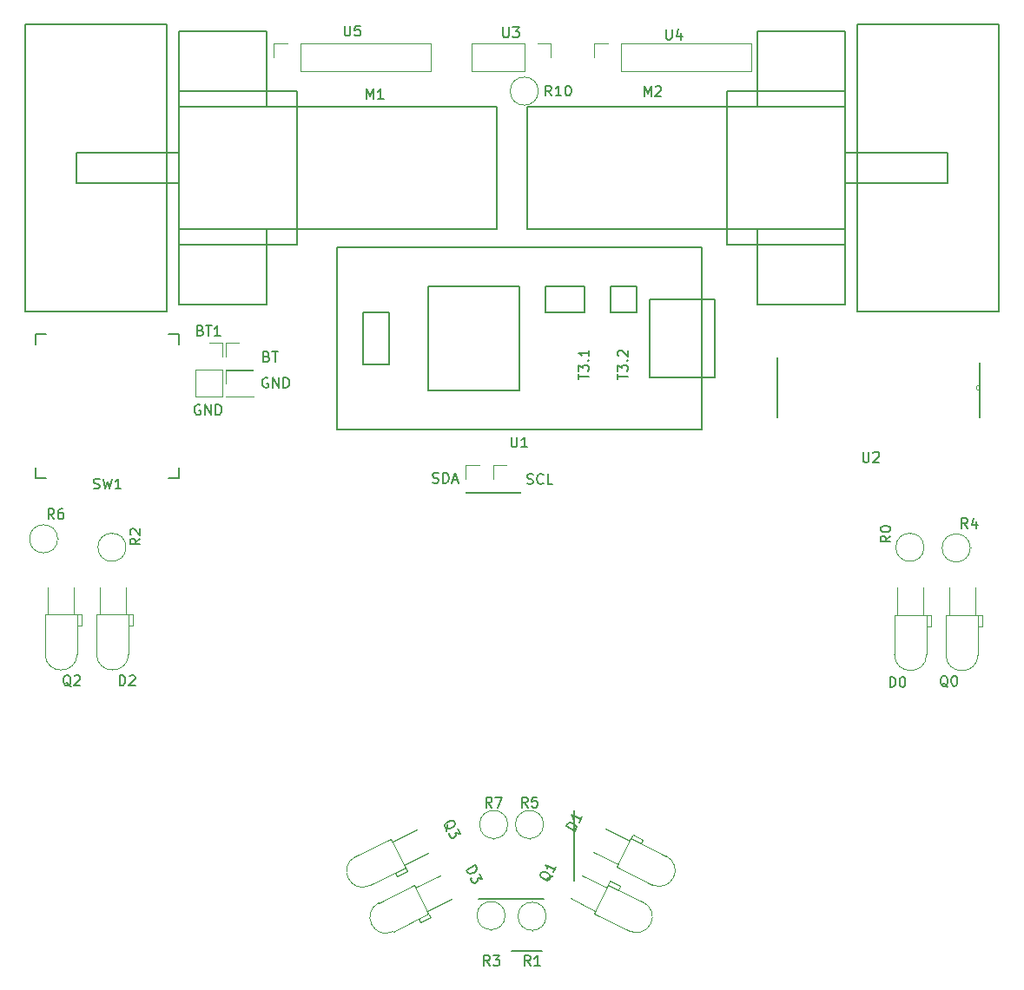
<source format=gbr>
G04 #@! TF.GenerationSoftware,KiCad,Pcbnew,(5.0.0-3-g5ebb6b6)*
G04 #@! TF.CreationDate,2019-09-06T01:44:35-07:00*
G04 #@! TF.ProjectId,mouse,6D6F7573652E6B696361645F70636200,rev?*
G04 #@! TF.SameCoordinates,Original*
G04 #@! TF.FileFunction,Legend,Top*
G04 #@! TF.FilePolarity,Positive*
%FSLAX46Y46*%
G04 Gerber Fmt 4.6, Leading zero omitted, Abs format (unit mm)*
G04 Created by KiCad (PCBNEW (5.0.0-3-g5ebb6b6)) date Friday, September 06, 2019 at 01:44:35 AM*
%MOMM*%
%LPD*%
G01*
G04 APERTURE LIST*
%ADD10C,0.150000*%
%ADD11C,0.200000*%
%ADD12C,0.120000*%
%ADD13C,0.152400*%
%ADD14C,0.100000*%
G04 APERTURE END LIST*
D10*
X128168495Y-92870400D02*
X128073257Y-92822780D01*
X127930400Y-92822780D01*
X127787542Y-92870400D01*
X127692304Y-92965638D01*
X127644685Y-93060876D01*
X127597066Y-93251352D01*
X127597066Y-93394209D01*
X127644685Y-93584685D01*
X127692304Y-93679923D01*
X127787542Y-93775161D01*
X127930400Y-93822780D01*
X128025638Y-93822780D01*
X128168495Y-93775161D01*
X128216114Y-93727542D01*
X128216114Y-93394209D01*
X128025638Y-93394209D01*
X128644685Y-93822780D02*
X128644685Y-92822780D01*
X129216114Y-93822780D01*
X129216114Y-92822780D01*
X129692304Y-93822780D02*
X129692304Y-92822780D01*
X129930400Y-92822780D01*
X130073257Y-92870400D01*
X130168495Y-92965638D01*
X130216114Y-93060876D01*
X130263733Y-93251352D01*
X130263733Y-93394209D01*
X130216114Y-93584685D01*
X130168495Y-93679923D01*
X130073257Y-93775161D01*
X129930400Y-93822780D01*
X129692304Y-93822780D01*
D11*
X158496000Y-141097000D02*
X155321000Y-141097000D01*
X161671000Y-141097000D02*
X158496000Y-141097000D01*
X164592000Y-139255500D02*
X164592000Y-132397500D01*
X161480500Y-146177000D02*
X158496000Y-146177000D01*
D12*
G04 #@! TO.C,BT1*
X127702000Y-89408000D02*
X130362000Y-89408000D01*
X127702000Y-89408000D02*
X127702000Y-92008000D01*
X127702000Y-92008000D02*
X130362000Y-92008000D01*
X130362000Y-89408000D02*
X130362000Y-92008000D01*
X130362000Y-86808000D02*
X130362000Y-88138000D01*
X129032000Y-86808000D02*
X130362000Y-86808000D01*
G04 #@! TO.C,D0*
X198691500Y-110681000D02*
X198691500Y-110681000D01*
X198691500Y-113351000D02*
X198691500Y-110681000D01*
X198691500Y-113351000D02*
X198691500Y-113351000D01*
X198691500Y-110681000D02*
X198691500Y-113351000D01*
X196151500Y-110681000D02*
X196151500Y-110681000D01*
X196151500Y-113351000D02*
X196151500Y-110681000D01*
X196151500Y-113351000D02*
X196151500Y-113351000D01*
X196151500Y-110681000D02*
X196151500Y-113351000D01*
X198981500Y-113351000D02*
X199381500Y-113351000D01*
X198981500Y-114471000D02*
X198981500Y-113351000D01*
X199381500Y-114471000D02*
X198981500Y-114471000D01*
X199381500Y-113351000D02*
X199381500Y-114471000D01*
X195861500Y-113351000D02*
X198981500Y-113351000D01*
X198981500Y-113351000D02*
X198981500Y-117211000D01*
X195861500Y-113351000D02*
X195861500Y-117211000D01*
X198981500Y-117211000D02*
G75*
G02X195861500Y-117211000I-1560000J0D01*
G01*
G04 #@! TO.C,D1*
X171395191Y-141388402D02*
G75*
G02X170003053Y-144180596I-696069J-1396097D01*
G01*
X166548606Y-142458273D02*
X170003053Y-144180596D01*
X167940744Y-139666078D02*
X171395190Y-141388401D01*
X166548606Y-142458273D02*
X167940744Y-139666078D01*
X168119223Y-139308104D02*
X169121549Y-139807845D01*
X169121549Y-139807845D02*
X168943070Y-140165819D01*
X168943070Y-140165819D02*
X167940744Y-139666078D01*
X167940744Y-139666078D02*
X168119223Y-139308104D01*
X164288529Y-141007394D02*
X166678004Y-142198742D01*
X166678004Y-142198742D02*
X166678004Y-142198742D01*
X166678004Y-142198742D02*
X164288529Y-141007394D01*
X164288529Y-141007394D02*
X164288529Y-141007394D01*
X165421872Y-138734260D02*
X167811347Y-139925609D01*
X167811347Y-139925609D02*
X167811347Y-139925609D01*
X167811347Y-139925609D02*
X165421872Y-138734260D01*
X165421872Y-138734260D02*
X165421872Y-138734260D01*
G04 #@! TO.C,D2*
X120904000Y-110617500D02*
X120904000Y-110617500D01*
X120904000Y-113287500D02*
X120904000Y-110617500D01*
X120904000Y-113287500D02*
X120904000Y-113287500D01*
X120904000Y-110617500D02*
X120904000Y-113287500D01*
X118364000Y-110617500D02*
X118364000Y-110617500D01*
X118364000Y-113287500D02*
X118364000Y-110617500D01*
X118364000Y-113287500D02*
X118364000Y-113287500D01*
X118364000Y-110617500D02*
X118364000Y-113287500D01*
X121194000Y-113287500D02*
X121594000Y-113287500D01*
X121194000Y-114407500D02*
X121194000Y-113287500D01*
X121594000Y-114407500D02*
X121194000Y-114407500D01*
X121594000Y-113287500D02*
X121594000Y-114407500D01*
X118074000Y-113287500D02*
X121194000Y-113287500D01*
X121194000Y-113287500D02*
X121194000Y-117147500D01*
X118074000Y-113287500D02*
X118074000Y-117147500D01*
X121194000Y-117147500D02*
G75*
G02X118074000Y-117147500I-1560000J0D01*
G01*
G04 #@! TO.C,D3*
X146979290Y-144231230D02*
G75*
G02X145587152Y-141439034I-696069J1396098D01*
G01*
X149041599Y-139716711D02*
X145587152Y-141439034D01*
X150433736Y-142508906D02*
X146979289Y-144231230D01*
X149041599Y-139716711D02*
X150433736Y-142508906D01*
X150612215Y-142866880D02*
X149609889Y-143366621D01*
X149609889Y-143366621D02*
X149431409Y-143008648D01*
X149431409Y-143008648D02*
X150433736Y-142508906D01*
X150433736Y-142508906D02*
X150612215Y-142866880D01*
X151560471Y-138784894D02*
X149170996Y-139976242D01*
X149170996Y-139976242D02*
X149170996Y-139976242D01*
X149170996Y-139976242D02*
X151560471Y-138784894D01*
X151560471Y-138784894D02*
X151560471Y-138784894D01*
X152693813Y-141058027D02*
X150304339Y-142249375D01*
X150304339Y-142249375D02*
X150304339Y-142249375D01*
X150304339Y-142249375D02*
X152693813Y-141058027D01*
X152693813Y-141058027D02*
X152693813Y-141058027D01*
G04 #@! TO.C,Q0*
X203994677Y-117226645D02*
G75*
G02X200874677Y-117226645I-1560000J0D01*
G01*
X200874677Y-113366645D02*
X200874677Y-117226645D01*
X203994677Y-113366645D02*
X203994677Y-117226645D01*
X200874677Y-113366645D02*
X203994677Y-113366645D01*
X204394677Y-113366645D02*
X204394677Y-114486645D01*
X204394677Y-114486645D02*
X203994677Y-114486645D01*
X203994677Y-114486645D02*
X203994677Y-113366645D01*
X203994677Y-113366645D02*
X204394677Y-113366645D01*
X201164677Y-110696645D02*
X201164677Y-113366645D01*
X201164677Y-113366645D02*
X201164677Y-113366645D01*
X201164677Y-113366645D02*
X201164677Y-110696645D01*
X201164677Y-110696645D02*
X201164677Y-110696645D01*
X203704677Y-110696645D02*
X203704677Y-113366645D01*
X203704677Y-113366645D02*
X203704677Y-113366645D01*
X203704677Y-113366645D02*
X203704677Y-110696645D01*
X203704677Y-110696645D02*
X203704677Y-110696645D01*
G04 #@! TO.C,Q1*
X167644372Y-134225759D02*
X167644372Y-134225759D01*
X170033847Y-135417109D02*
X167644372Y-134225759D01*
X170033847Y-135417109D02*
X170033847Y-135417109D01*
X167644372Y-134225759D02*
X170033847Y-135417109D01*
X166511029Y-136498894D02*
X166511029Y-136498894D01*
X168900504Y-137690242D02*
X166511029Y-136498894D01*
X168900504Y-137690242D02*
X168900504Y-137690242D01*
X166511029Y-136498894D02*
X168900504Y-137690242D01*
X170163244Y-135157578D02*
X170341723Y-134799604D01*
X171165570Y-135657319D02*
X170163244Y-135157578D01*
X171344049Y-135299345D02*
X171165570Y-135657319D01*
X170341723Y-134799604D02*
X171344049Y-135299345D01*
X168771106Y-137949773D02*
X170163244Y-135157578D01*
X170163244Y-135157578D02*
X173617690Y-136879901D01*
X168771106Y-137949773D02*
X172225553Y-139672096D01*
X173617691Y-136879902D02*
G75*
G02X172225553Y-139672096I-696069J-1396097D01*
G01*
G04 #@! TO.C,Q2*
X116176989Y-117158045D02*
G75*
G02X113056989Y-117158045I-1560000J0D01*
G01*
X113056989Y-113298045D02*
X113056989Y-117158045D01*
X116176989Y-113298045D02*
X116176989Y-117158045D01*
X113056989Y-113298045D02*
X116176989Y-113298045D01*
X116576989Y-113298045D02*
X116576989Y-114418045D01*
X116576989Y-114418045D02*
X116176989Y-114418045D01*
X116176989Y-114418045D02*
X116176989Y-113298045D01*
X116176989Y-113298045D02*
X116576989Y-113298045D01*
X113346989Y-110628045D02*
X113346989Y-113298045D01*
X113346989Y-113298045D02*
X113346989Y-113298045D01*
X113346989Y-113298045D02*
X113346989Y-110628045D01*
X113346989Y-110628045D02*
X113346989Y-110628045D01*
X115886989Y-110628045D02*
X115886989Y-113298045D01*
X115886989Y-113298045D02*
X115886989Y-113298045D01*
X115886989Y-113298045D02*
X115886989Y-110628045D01*
X115886989Y-110628045D02*
X115886989Y-110628045D01*
G04 #@! TO.C,Q3*
X150417471Y-136562394D02*
X150417471Y-136562394D01*
X148027997Y-137753742D02*
X150417471Y-136562394D01*
X148027997Y-137753742D02*
X148027997Y-137753742D01*
X150417471Y-136562394D02*
X148027997Y-137753742D01*
X149284129Y-134289261D02*
X149284129Y-134289261D01*
X146894654Y-135480609D02*
X149284129Y-134289261D01*
X146894654Y-135480609D02*
X146894654Y-135480609D01*
X149284129Y-134289261D02*
X146894654Y-135480609D01*
X148157393Y-138013273D02*
X148335873Y-138371247D01*
X147155067Y-138513015D02*
X148157393Y-138013273D01*
X147333547Y-138870988D02*
X147155067Y-138513015D01*
X148335873Y-138371247D02*
X147333547Y-138870988D01*
X146765258Y-135221077D02*
X148157393Y-138013273D01*
X148157393Y-138013273D02*
X144702947Y-139735597D01*
X146765258Y-135221077D02*
X143310809Y-136943402D01*
X144702949Y-139735596D02*
G75*
G02X143310809Y-136943402I-696070J1396097D01*
G01*
G04 #@! TO.C,R0*
X198728000Y-106743500D02*
G75*
G03X198728000Y-106743500I-1370000J0D01*
G01*
X197358000Y-105373500D02*
X197358000Y-105303500D01*
G04 #@! TO.C,R1*
X160528000Y-144118000D02*
X160528000Y-144188000D01*
X161898000Y-142748000D02*
G75*
G03X161898000Y-142748000I-1370000J0D01*
G01*
G04 #@! TO.C,R2*
X119570500Y-105373500D02*
X119570500Y-105303500D01*
X120940500Y-106743500D02*
G75*
G03X120940500Y-106743500I-1370000J0D01*
G01*
G04 #@! TO.C,R3*
X157897500Y-142684500D02*
G75*
G03X157897500Y-142684500I-1370000J0D01*
G01*
X156527500Y-144054500D02*
X156527500Y-144124500D01*
G04 #@! TO.C,R4*
X203236500Y-106807000D02*
G75*
G03X203236500Y-106807000I-1370000J0D01*
G01*
X203236500Y-106807000D02*
X203306500Y-106807000D01*
G04 #@! TO.C,R5*
X160274000Y-135164500D02*
X160274000Y-135234500D01*
X161644000Y-133794500D02*
G75*
G03X161644000Y-133794500I-1370000J0D01*
G01*
G04 #@! TO.C,R6*
X114273000Y-105918000D02*
G75*
G03X114273000Y-105918000I-1370000J0D01*
G01*
X114273000Y-105918000D02*
X114343000Y-105918000D01*
G04 #@! TO.C,R7*
X156781500Y-135164500D02*
X156781500Y-135234500D01*
X158151500Y-133794500D02*
G75*
G03X158151500Y-133794500I-1370000J0D01*
G01*
D10*
G04 #@! TO.C,U1*
X177038000Y-82550000D02*
X178308000Y-82550000D01*
X178308000Y-82550000D02*
X178308000Y-90170000D01*
X178308000Y-90170000D02*
X177038000Y-90170000D01*
X165608000Y-81280000D02*
X161798000Y-81280000D01*
X161798000Y-81280000D02*
X161798000Y-83820000D01*
X161798000Y-83820000D02*
X165608000Y-83820000D01*
X165608000Y-83820000D02*
X165608000Y-81280000D01*
X171958000Y-82550000D02*
X171958000Y-90170000D01*
X171958000Y-90170000D02*
X177038000Y-90170000D01*
X171958000Y-82550000D02*
X177038000Y-82550000D01*
X170688000Y-81280000D02*
X168148000Y-81280000D01*
X168148000Y-81280000D02*
X168148000Y-83820000D01*
X168148000Y-83820000D02*
X170688000Y-83820000D01*
X170688000Y-83820000D02*
X170688000Y-81280000D01*
X144018000Y-88900000D02*
X144018000Y-83820000D01*
X144018000Y-83820000D02*
X146558000Y-83820000D01*
X146558000Y-83820000D02*
X146558000Y-88900000D01*
X146558000Y-88900000D02*
X144018000Y-88900000D01*
X150368000Y-81280000D02*
X150368000Y-91440000D01*
X159258000Y-91440000D02*
X159258000Y-81280000D01*
X150368000Y-91440000D02*
X159258000Y-91440000D01*
X150368000Y-81280000D02*
X159258000Y-81280000D01*
X177038000Y-95250000D02*
X141478000Y-95250000D01*
X141478000Y-95250000D02*
X141478000Y-77470000D01*
X141478000Y-77470000D02*
X177038000Y-77470000D01*
X177038000Y-77470000D02*
X177038000Y-95250000D01*
D13*
G04 #@! TO.C,U2*
X184454800Y-88265000D02*
X184454800Y-94107000D01*
X204165200Y-94107000D02*
X204165200Y-91490800D01*
X204165200Y-91490800D02*
X204165200Y-90881200D01*
X204165200Y-90881200D02*
X204165200Y-88696800D01*
D14*
X204165200Y-91490800D02*
G75*
G02X204165200Y-90881200I0J304800D01*
G01*
D12*
G04 #@! TO.C,U3*
X154626000Y-57598000D02*
X154626000Y-60258000D01*
X159766000Y-57598000D02*
X154626000Y-57598000D01*
X159766000Y-60258000D02*
X154626000Y-60258000D01*
X159766000Y-57598000D02*
X159766000Y-60258000D01*
X161036000Y-57598000D02*
X162366000Y-57598000D01*
X162366000Y-57598000D02*
X162366000Y-58928000D01*
D10*
G04 #@! TO.C,M1*
X157111700Y-69723000D02*
X157111700Y-75723000D01*
X157111700Y-69723000D02*
X157111700Y-63723000D01*
X157111700Y-63723000D02*
X126111700Y-63723000D01*
X157111700Y-75723000D02*
X126111700Y-75723000D01*
X126111700Y-63723000D02*
X126111700Y-68223000D01*
X126111700Y-75723000D02*
X126111700Y-71223000D01*
X126111700Y-68223000D02*
X116111700Y-68223000D01*
X126111700Y-71223000D02*
X116111700Y-71223000D01*
X116111700Y-68223000D02*
X116111700Y-71223000D01*
X124911700Y-69723000D02*
X124911700Y-55723000D01*
X124911700Y-69723000D02*
X124911700Y-83723000D01*
X124911700Y-55723000D02*
X111111700Y-55723000D01*
X124911700Y-83723000D02*
X111111700Y-83723000D01*
X111111700Y-55723000D02*
X111111700Y-83723000D01*
X134611700Y-75723000D02*
X134611700Y-83023000D01*
X134611700Y-63723000D02*
X134611700Y-56423000D01*
X126111700Y-69723000D02*
X126111700Y-83023000D01*
X126111700Y-69723000D02*
X126111700Y-56423000D01*
X126111700Y-56423000D02*
X134611700Y-56423000D01*
X126111700Y-83023000D02*
X134611700Y-83023000D01*
X137611700Y-69723000D02*
X137611700Y-77223000D01*
X137611700Y-69723000D02*
X137611700Y-62223000D01*
X126111700Y-62223000D02*
X137611700Y-62223000D01*
X126111700Y-77223000D02*
X137611700Y-77223000D01*
G04 #@! TO.C,M2*
X191020000Y-62223000D02*
X179520000Y-62223000D01*
X191020000Y-77223000D02*
X179520000Y-77223000D01*
X179520000Y-69723000D02*
X179520000Y-77223000D01*
X179520000Y-69723000D02*
X179520000Y-62223000D01*
X191020000Y-56423000D02*
X182520000Y-56423000D01*
X191020000Y-83023000D02*
X182520000Y-83023000D01*
X191020000Y-69723000D02*
X191020000Y-83023000D01*
X191020000Y-69723000D02*
X191020000Y-56423000D01*
X182520000Y-75723000D02*
X182520000Y-83023000D01*
X182520000Y-63723000D02*
X182520000Y-56423000D01*
X206020000Y-83723000D02*
X206020000Y-55723000D01*
X192220000Y-55723000D02*
X206020000Y-55723000D01*
X192220000Y-83723000D02*
X206020000Y-83723000D01*
X192220000Y-69723000D02*
X192220000Y-55723000D01*
X192220000Y-69723000D02*
X192220000Y-83723000D01*
X201020000Y-71223000D02*
X201020000Y-68223000D01*
X191020000Y-68223000D02*
X201020000Y-68223000D01*
X191020000Y-71223000D02*
X201020000Y-71223000D01*
X191020000Y-63723000D02*
X191020000Y-68223000D01*
X191020000Y-75723000D02*
X191020000Y-71223000D01*
X160020000Y-63723000D02*
X191020000Y-63723000D01*
X160020000Y-75723000D02*
X191020000Y-75723000D01*
X160020000Y-69723000D02*
X160020000Y-75723000D01*
X160020000Y-69723000D02*
X160020000Y-63723000D01*
D12*
G04 #@! TO.C,GND*
X130699200Y-92058800D02*
X133359200Y-92058800D01*
X130699200Y-91998800D02*
X130699200Y-92058800D01*
X133359200Y-91998800D02*
X133359200Y-92058800D01*
X130699200Y-91998800D02*
X133359200Y-91998800D01*
X130699200Y-90728800D02*
X130699200Y-89398800D01*
X130699200Y-89398800D02*
X132029200Y-89398800D01*
G04 #@! TO.C,SCL*
X156708800Y-101406000D02*
X159368800Y-101406000D01*
X156708800Y-101346000D02*
X156708800Y-101406000D01*
X159368800Y-101346000D02*
X159368800Y-101406000D01*
X156708800Y-101346000D02*
X159368800Y-101346000D01*
X156708800Y-100076000D02*
X156708800Y-98746000D01*
X156708800Y-98746000D02*
X158038800Y-98746000D01*
G04 #@! TO.C,SDA*
X154067200Y-98746000D02*
X155397200Y-98746000D01*
X154067200Y-100076000D02*
X154067200Y-98746000D01*
X154067200Y-101346000D02*
X156727200Y-101346000D01*
X156727200Y-101346000D02*
X156727200Y-101406000D01*
X154067200Y-101346000D02*
X154067200Y-101406000D01*
X154067200Y-101406000D02*
X156727200Y-101406000D01*
G04 #@! TO.C,BT*
X130648400Y-86808000D02*
X131978400Y-86808000D01*
X130648400Y-88138000D02*
X130648400Y-86808000D01*
X130648400Y-89408000D02*
X133308400Y-89408000D01*
X133308400Y-89408000D02*
X133308400Y-89468000D01*
X130648400Y-89408000D02*
X130648400Y-89468000D01*
X130648400Y-89468000D02*
X133308400Y-89468000D01*
G04 #@! TO.C,R10*
X158396000Y-62230000D02*
X158326000Y-62230000D01*
X161136000Y-62230000D02*
G75*
G03X161136000Y-62230000I-1370000J0D01*
G01*
D10*
G04 #@! TO.C,SW1*
X126126000Y-86964000D02*
X126126000Y-85964000D01*
X126126000Y-85964000D02*
X125126000Y-85964000D01*
X125126000Y-99964000D02*
X126126000Y-99964000D01*
X126126000Y-99964000D02*
X126126000Y-98964000D01*
X112126000Y-98964000D02*
X112126000Y-99964000D01*
X112126000Y-99964000D02*
X113126000Y-99964000D01*
X113126000Y-85964000D02*
X112126000Y-85964000D01*
X112126000Y-85964000D02*
X112126000Y-86964000D01*
D12*
G04 #@! TO.C,U4*
X166564000Y-58928000D02*
X166564000Y-57598000D01*
X166564000Y-57598000D02*
X167894000Y-57598000D01*
X169164000Y-57598000D02*
X181924000Y-57598000D01*
X181924000Y-60258000D02*
X181924000Y-57598000D01*
X169164000Y-60258000D02*
X181924000Y-60258000D01*
X169164000Y-60258000D02*
X169164000Y-57598000D01*
G04 #@! TO.C,U5*
X137922000Y-60258000D02*
X137922000Y-57598000D01*
X137922000Y-60258000D02*
X150682000Y-60258000D01*
X150682000Y-60258000D02*
X150682000Y-57598000D01*
X137922000Y-57598000D02*
X150682000Y-57598000D01*
X135322000Y-57598000D02*
X136652000Y-57598000D01*
X135322000Y-58928000D02*
X135322000Y-57598000D01*
G04 #@! TO.C,BT1*
D10*
X128195485Y-85577371D02*
X128338342Y-85624990D01*
X128385961Y-85672609D01*
X128433580Y-85767847D01*
X128433580Y-85910704D01*
X128385961Y-86005942D01*
X128338342Y-86053561D01*
X128243104Y-86101180D01*
X127862152Y-86101180D01*
X127862152Y-85101180D01*
X128195485Y-85101180D01*
X128290723Y-85148800D01*
X128338342Y-85196419D01*
X128385961Y-85291657D01*
X128385961Y-85386895D01*
X128338342Y-85482133D01*
X128290723Y-85529752D01*
X128195485Y-85577371D01*
X127862152Y-85577371D01*
X128719295Y-85101180D02*
X129290723Y-85101180D01*
X129005009Y-86101180D02*
X129005009Y-85101180D01*
X130147866Y-86101180D02*
X129576438Y-86101180D01*
X129862152Y-86101180D02*
X129862152Y-85101180D01*
X129766914Y-85244038D01*
X129671676Y-85339276D01*
X129576438Y-85386895D01*
G04 #@! TO.C,D0*
X195400704Y-120391180D02*
X195400704Y-119391180D01*
X195638800Y-119391180D01*
X195781657Y-119438800D01*
X195876895Y-119534038D01*
X195924514Y-119629276D01*
X195972133Y-119819752D01*
X195972133Y-119962609D01*
X195924514Y-120153085D01*
X195876895Y-120248323D01*
X195781657Y-120343561D01*
X195638800Y-120391180D01*
X195400704Y-120391180D01*
X196591180Y-119391180D02*
X196686419Y-119391180D01*
X196781657Y-119438800D01*
X196829276Y-119486419D01*
X196876895Y-119581657D01*
X196924514Y-119772133D01*
X196924514Y-120010228D01*
X196876895Y-120200704D01*
X196829276Y-120295942D01*
X196781657Y-120343561D01*
X196686419Y-120391180D01*
X196591180Y-120391180D01*
X196495942Y-120343561D01*
X196448323Y-120295942D01*
X196400704Y-120200704D01*
X196353085Y-120010228D01*
X196353085Y-119772133D01*
X196400704Y-119581657D01*
X196448323Y-119486419D01*
X196495942Y-119438800D01*
X196591180Y-119391180D01*
G04 #@! TO.C,D1*
X164718314Y-134415598D02*
X163823380Y-133969400D01*
X163929617Y-133756320D01*
X164035976Y-133649720D01*
X164163703Y-133606983D01*
X164270182Y-133606862D01*
X164461893Y-133649236D01*
X164589741Y-133712979D01*
X164738957Y-133840585D01*
X164802942Y-133925696D01*
X164845678Y-134053423D01*
X164824552Y-134202518D01*
X164718314Y-134415598D01*
X165398235Y-133051888D02*
X165143265Y-133563279D01*
X165270750Y-133307584D02*
X164375815Y-132861386D01*
X164461168Y-133010360D01*
X164503905Y-133138087D01*
X164504026Y-133244567D01*
G04 #@! TO.C,D2*
X120318304Y-120238780D02*
X120318304Y-119238780D01*
X120556400Y-119238780D01*
X120699257Y-119286400D01*
X120794495Y-119381638D01*
X120842114Y-119476876D01*
X120889733Y-119667352D01*
X120889733Y-119810209D01*
X120842114Y-120000685D01*
X120794495Y-120095923D01*
X120699257Y-120191161D01*
X120556400Y-120238780D01*
X120318304Y-120238780D01*
X121270685Y-119334019D02*
X121318304Y-119286400D01*
X121413542Y-119238780D01*
X121651638Y-119238780D01*
X121746876Y-119286400D01*
X121794495Y-119334019D01*
X121842114Y-119429257D01*
X121842114Y-119524495D01*
X121794495Y-119667352D01*
X121223066Y-120238780D01*
X121842114Y-120238780D01*
G04 #@! TO.C,D3*
X154104212Y-138225304D02*
X154999146Y-137779106D01*
X155105384Y-137992186D01*
X155126510Y-138141281D01*
X155083774Y-138269008D01*
X155019789Y-138354119D01*
X154870573Y-138481725D01*
X154742725Y-138545468D01*
X154551014Y-138587842D01*
X154444535Y-138587721D01*
X154316808Y-138544984D01*
X154210449Y-138438384D01*
X154104212Y-138225304D01*
X155402849Y-138588809D02*
X155679067Y-139142816D01*
X155189407Y-139014484D01*
X155253149Y-139142332D01*
X155253028Y-139248812D01*
X155231660Y-139312675D01*
X155167676Y-139397786D01*
X154954596Y-139504024D01*
X154848117Y-139503903D01*
X154784253Y-139482534D01*
X154699142Y-139418550D01*
X154571657Y-139162854D01*
X154571778Y-139056375D01*
X154593146Y-138992512D01*
G04 #@! TO.C,Q0*
X201072761Y-120384819D02*
X200977523Y-120337200D01*
X200882285Y-120241961D01*
X200739428Y-120099104D01*
X200644190Y-120051485D01*
X200548952Y-120051485D01*
X200596571Y-120289580D02*
X200501333Y-120241961D01*
X200406095Y-120146723D01*
X200358476Y-119956247D01*
X200358476Y-119622914D01*
X200406095Y-119432438D01*
X200501333Y-119337200D01*
X200596571Y-119289580D01*
X200787047Y-119289580D01*
X200882285Y-119337200D01*
X200977523Y-119432438D01*
X201025142Y-119622914D01*
X201025142Y-119956247D01*
X200977523Y-120146723D01*
X200882285Y-120241961D01*
X200787047Y-120289580D01*
X200596571Y-120289580D01*
X201644190Y-119289580D02*
X201739428Y-119289580D01*
X201834666Y-119337200D01*
X201882285Y-119384819D01*
X201929904Y-119480057D01*
X201977523Y-119670533D01*
X201977523Y-119908628D01*
X201929904Y-120099104D01*
X201882285Y-120194342D01*
X201834666Y-120241961D01*
X201739428Y-120289580D01*
X201644190Y-120289580D01*
X201548952Y-120241961D01*
X201501333Y-120194342D01*
X201453714Y-120099104D01*
X201406095Y-119908628D01*
X201406095Y-119670533D01*
X201453714Y-119480057D01*
X201501333Y-119384819D01*
X201548952Y-119337200D01*
X201644190Y-119289580D01*
G04 #@! TO.C,Q1*
X162550388Y-138759578D02*
X162465277Y-138823562D01*
X162337550Y-138866299D01*
X162145959Y-138930404D01*
X162060848Y-138994388D01*
X162018353Y-139079620D01*
X162252681Y-139143242D02*
X162167570Y-139207226D01*
X162039843Y-139249963D01*
X161848132Y-139207589D01*
X161549820Y-139058856D01*
X161400604Y-138931250D01*
X161357867Y-138803524D01*
X161357746Y-138697044D01*
X161442736Y-138526580D01*
X161527847Y-138462596D01*
X161655574Y-138419859D01*
X161847285Y-138462233D01*
X162145597Y-138610966D01*
X162294813Y-138738572D01*
X162337550Y-138866299D01*
X162337671Y-138972778D01*
X162252681Y-139143242D01*
X162868859Y-137907380D02*
X162613888Y-138418771D01*
X162741373Y-138163076D02*
X161846439Y-137716878D01*
X161931792Y-137865852D01*
X161974529Y-137993579D01*
X161974650Y-138100059D01*
G04 #@! TO.C,Q2*
X115576361Y-120334019D02*
X115481123Y-120286400D01*
X115385885Y-120191161D01*
X115243028Y-120048304D01*
X115147790Y-120000685D01*
X115052552Y-120000685D01*
X115100171Y-120238780D02*
X115004933Y-120191161D01*
X114909695Y-120095923D01*
X114862076Y-119905447D01*
X114862076Y-119572114D01*
X114909695Y-119381638D01*
X115004933Y-119286400D01*
X115100171Y-119238780D01*
X115290647Y-119238780D01*
X115385885Y-119286400D01*
X115481123Y-119381638D01*
X115528742Y-119572114D01*
X115528742Y-119905447D01*
X115481123Y-120095923D01*
X115385885Y-120191161D01*
X115290647Y-120238780D01*
X115100171Y-120238780D01*
X115909695Y-119334019D02*
X115957314Y-119286400D01*
X116052552Y-119238780D01*
X116290647Y-119238780D01*
X116385885Y-119286400D01*
X116433504Y-119334019D01*
X116481123Y-119429257D01*
X116481123Y-119524495D01*
X116433504Y-119667352D01*
X115862076Y-120238780D01*
X116481123Y-120238780D01*
G04 #@! TO.C,Q3*
X152172221Y-134423514D02*
X152172342Y-134317035D01*
X152215079Y-134189308D01*
X152279184Y-133997718D01*
X152279305Y-133891238D01*
X152236810Y-133806006D01*
X152044978Y-133954860D02*
X152045099Y-133848380D01*
X152087836Y-133720654D01*
X152237052Y-133593048D01*
X152535363Y-133444315D01*
X152727075Y-133401941D01*
X152854801Y-133444678D01*
X152939912Y-133508662D01*
X153024902Y-133679126D01*
X153024782Y-133785605D01*
X152982045Y-133913332D01*
X152832829Y-134040938D01*
X152534517Y-134189671D01*
X152342806Y-134232045D01*
X152215079Y-134189308D01*
X152129968Y-134125324D01*
X152044978Y-133954860D01*
X153279873Y-134190517D02*
X153556090Y-134744524D01*
X153066430Y-134616192D01*
X153130173Y-134744040D01*
X153130052Y-134850520D01*
X153108684Y-134914383D01*
X153044699Y-134999494D01*
X152831620Y-135105732D01*
X152725140Y-135105611D01*
X152661277Y-135084242D01*
X152576166Y-135020258D01*
X152448681Y-134764562D01*
X152448802Y-134658083D01*
X152470170Y-134594220D01*
G04 #@! TO.C,R0*
X195473580Y-105627466D02*
X194997390Y-105960800D01*
X195473580Y-106198895D02*
X194473580Y-106198895D01*
X194473580Y-105817942D01*
X194521200Y-105722704D01*
X194568819Y-105675085D01*
X194664057Y-105627466D01*
X194806914Y-105627466D01*
X194902152Y-105675085D01*
X194949771Y-105722704D01*
X194997390Y-105817942D01*
X194997390Y-106198895D01*
X194473580Y-105008419D02*
X194473580Y-104913180D01*
X194521200Y-104817942D01*
X194568819Y-104770323D01*
X194664057Y-104722704D01*
X194854533Y-104675085D01*
X195092628Y-104675085D01*
X195283104Y-104722704D01*
X195378342Y-104770323D01*
X195425961Y-104817942D01*
X195473580Y-104913180D01*
X195473580Y-105008419D01*
X195425961Y-105103657D01*
X195378342Y-105151276D01*
X195283104Y-105198895D01*
X195092628Y-105246514D01*
X194854533Y-105246514D01*
X194664057Y-105198895D01*
X194568819Y-105151276D01*
X194521200Y-105103657D01*
X194473580Y-105008419D01*
G04 #@! TO.C,R1*
X160361333Y-147569180D02*
X160028000Y-147092990D01*
X159789904Y-147569180D02*
X159789904Y-146569180D01*
X160170857Y-146569180D01*
X160266095Y-146616800D01*
X160313714Y-146664419D01*
X160361333Y-146759657D01*
X160361333Y-146902514D01*
X160313714Y-146997752D01*
X160266095Y-147045371D01*
X160170857Y-147092990D01*
X159789904Y-147092990D01*
X161313714Y-147569180D02*
X160742285Y-147569180D01*
X161028000Y-147569180D02*
X161028000Y-146569180D01*
X160932761Y-146712038D01*
X160837523Y-146807276D01*
X160742285Y-146854895D01*
G04 #@! TO.C,R2*
X122321580Y-105881466D02*
X121845390Y-106214800D01*
X122321580Y-106452895D02*
X121321580Y-106452895D01*
X121321580Y-106071942D01*
X121369200Y-105976704D01*
X121416819Y-105929085D01*
X121512057Y-105881466D01*
X121654914Y-105881466D01*
X121750152Y-105929085D01*
X121797771Y-105976704D01*
X121845390Y-106071942D01*
X121845390Y-106452895D01*
X121416819Y-105500514D02*
X121369200Y-105452895D01*
X121321580Y-105357657D01*
X121321580Y-105119561D01*
X121369200Y-105024323D01*
X121416819Y-104976704D01*
X121512057Y-104929085D01*
X121607295Y-104929085D01*
X121750152Y-104976704D01*
X122321580Y-105548133D01*
X122321580Y-104929085D01*
G04 #@! TO.C,R3*
X156398933Y-147569180D02*
X156065600Y-147092990D01*
X155827504Y-147569180D02*
X155827504Y-146569180D01*
X156208457Y-146569180D01*
X156303695Y-146616800D01*
X156351314Y-146664419D01*
X156398933Y-146759657D01*
X156398933Y-146902514D01*
X156351314Y-146997752D01*
X156303695Y-147045371D01*
X156208457Y-147092990D01*
X155827504Y-147092990D01*
X156732266Y-146569180D02*
X157351314Y-146569180D01*
X157017980Y-146950133D01*
X157160838Y-146950133D01*
X157256076Y-146997752D01*
X157303695Y-147045371D01*
X157351314Y-147140609D01*
X157351314Y-147378704D01*
X157303695Y-147473942D01*
X157256076Y-147521561D01*
X157160838Y-147569180D01*
X156875123Y-147569180D01*
X156779885Y-147521561D01*
X156732266Y-147473942D01*
G04 #@! TO.C,R4*
X202982533Y-104897180D02*
X202649200Y-104420990D01*
X202411104Y-104897180D02*
X202411104Y-103897180D01*
X202792057Y-103897180D01*
X202887295Y-103944800D01*
X202934914Y-103992419D01*
X202982533Y-104087657D01*
X202982533Y-104230514D01*
X202934914Y-104325752D01*
X202887295Y-104373371D01*
X202792057Y-104420990D01*
X202411104Y-104420990D01*
X203839676Y-104230514D02*
X203839676Y-104897180D01*
X203601580Y-103849561D02*
X203363485Y-104563847D01*
X203982533Y-104563847D01*
G04 #@! TO.C,R5*
X160107333Y-132125980D02*
X159774000Y-131649790D01*
X159535904Y-132125980D02*
X159535904Y-131125980D01*
X159916857Y-131125980D01*
X160012095Y-131173600D01*
X160059714Y-131221219D01*
X160107333Y-131316457D01*
X160107333Y-131459314D01*
X160059714Y-131554552D01*
X160012095Y-131602171D01*
X159916857Y-131649790D01*
X159535904Y-131649790D01*
X161012095Y-131125980D02*
X160535904Y-131125980D01*
X160488285Y-131602171D01*
X160535904Y-131554552D01*
X160631142Y-131506933D01*
X160869238Y-131506933D01*
X160964476Y-131554552D01*
X161012095Y-131602171D01*
X161059714Y-131697409D01*
X161059714Y-131935504D01*
X161012095Y-132030742D01*
X160964476Y-132078361D01*
X160869238Y-132125980D01*
X160631142Y-132125980D01*
X160535904Y-132078361D01*
X160488285Y-132030742D01*
G04 #@! TO.C,R6*
X113930133Y-103982780D02*
X113596800Y-103506590D01*
X113358704Y-103982780D02*
X113358704Y-102982780D01*
X113739657Y-102982780D01*
X113834895Y-103030400D01*
X113882514Y-103078019D01*
X113930133Y-103173257D01*
X113930133Y-103316114D01*
X113882514Y-103411352D01*
X113834895Y-103458971D01*
X113739657Y-103506590D01*
X113358704Y-103506590D01*
X114787276Y-102982780D02*
X114596800Y-102982780D01*
X114501561Y-103030400D01*
X114453942Y-103078019D01*
X114358704Y-103220876D01*
X114311085Y-103411352D01*
X114311085Y-103792304D01*
X114358704Y-103887542D01*
X114406323Y-103935161D01*
X114501561Y-103982780D01*
X114692038Y-103982780D01*
X114787276Y-103935161D01*
X114834895Y-103887542D01*
X114882514Y-103792304D01*
X114882514Y-103554209D01*
X114834895Y-103458971D01*
X114787276Y-103411352D01*
X114692038Y-103363733D01*
X114501561Y-103363733D01*
X114406323Y-103411352D01*
X114358704Y-103458971D01*
X114311085Y-103554209D01*
G04 #@! TO.C,R7*
X156602133Y-132125980D02*
X156268800Y-131649790D01*
X156030704Y-132125980D02*
X156030704Y-131125980D01*
X156411657Y-131125980D01*
X156506895Y-131173600D01*
X156554514Y-131221219D01*
X156602133Y-131316457D01*
X156602133Y-131459314D01*
X156554514Y-131554552D01*
X156506895Y-131602171D01*
X156411657Y-131649790D01*
X156030704Y-131649790D01*
X156935466Y-131125980D02*
X157602133Y-131125980D01*
X157173561Y-132125980D01*
G04 #@! TO.C,U1*
X158496095Y-95972380D02*
X158496095Y-96781904D01*
X158543714Y-96877142D01*
X158591333Y-96924761D01*
X158686571Y-96972380D01*
X158877047Y-96972380D01*
X158972285Y-96924761D01*
X159019904Y-96877142D01*
X159067523Y-96781904D01*
X159067523Y-95972380D01*
X160067523Y-96972380D02*
X159496095Y-96972380D01*
X159781809Y-96972380D02*
X159781809Y-95972380D01*
X159686571Y-96115238D01*
X159591333Y-96210476D01*
X159496095Y-96258095D01*
X168870380Y-90376190D02*
X168870380Y-89804761D01*
X169870380Y-90090476D02*
X168870380Y-90090476D01*
X168870380Y-89566666D02*
X168870380Y-88947619D01*
X169251333Y-89280952D01*
X169251333Y-89138095D01*
X169298952Y-89042857D01*
X169346571Y-88995238D01*
X169441809Y-88947619D01*
X169679904Y-88947619D01*
X169775142Y-88995238D01*
X169822761Y-89042857D01*
X169870380Y-89138095D01*
X169870380Y-89423809D01*
X169822761Y-89519047D01*
X169775142Y-89566666D01*
X169775142Y-88519047D02*
X169822761Y-88471428D01*
X169870380Y-88519047D01*
X169822761Y-88566666D01*
X169775142Y-88519047D01*
X169870380Y-88519047D01*
X168965619Y-88090476D02*
X168918000Y-88042857D01*
X168870380Y-87947619D01*
X168870380Y-87709523D01*
X168918000Y-87614285D01*
X168965619Y-87566666D01*
X169060857Y-87519047D01*
X169156095Y-87519047D01*
X169298952Y-87566666D01*
X169870380Y-88138095D01*
X169870380Y-87519047D01*
X165060380Y-90376190D02*
X165060380Y-89804761D01*
X166060380Y-90090476D02*
X165060380Y-90090476D01*
X165060380Y-89566666D02*
X165060380Y-88947619D01*
X165441333Y-89280952D01*
X165441333Y-89138095D01*
X165488952Y-89042857D01*
X165536571Y-88995238D01*
X165631809Y-88947619D01*
X165869904Y-88947619D01*
X165965142Y-88995238D01*
X166012761Y-89042857D01*
X166060380Y-89138095D01*
X166060380Y-89423809D01*
X166012761Y-89519047D01*
X165965142Y-89566666D01*
X165965142Y-88519047D02*
X166012761Y-88471428D01*
X166060380Y-88519047D01*
X166012761Y-88566666D01*
X165965142Y-88519047D01*
X166060380Y-88519047D01*
X166060380Y-87519047D02*
X166060380Y-88090476D01*
X166060380Y-87804761D02*
X165060380Y-87804761D01*
X165203238Y-87900000D01*
X165298476Y-87995238D01*
X165346095Y-88090476D01*
G04 #@! TO.C,U2*
X192786095Y-97445580D02*
X192786095Y-98255104D01*
X192833714Y-98350342D01*
X192881333Y-98397961D01*
X192976571Y-98445580D01*
X193167047Y-98445580D01*
X193262285Y-98397961D01*
X193309904Y-98350342D01*
X193357523Y-98255104D01*
X193357523Y-97445580D01*
X193786095Y-97540819D02*
X193833714Y-97493200D01*
X193928952Y-97445580D01*
X194167047Y-97445580D01*
X194262285Y-97493200D01*
X194309904Y-97540819D01*
X194357523Y-97636057D01*
X194357523Y-97731295D01*
X194309904Y-97874152D01*
X193738476Y-98445580D01*
X194357523Y-98445580D01*
G04 #@! TO.C,U3*
X157683295Y-55992780D02*
X157683295Y-56802304D01*
X157730914Y-56897542D01*
X157778533Y-56945161D01*
X157873771Y-56992780D01*
X158064247Y-56992780D01*
X158159485Y-56945161D01*
X158207104Y-56897542D01*
X158254723Y-56802304D01*
X158254723Y-55992780D01*
X158635676Y-55992780D02*
X159254723Y-55992780D01*
X158921390Y-56373733D01*
X159064247Y-56373733D01*
X159159485Y-56421352D01*
X159207104Y-56468971D01*
X159254723Y-56564209D01*
X159254723Y-56802304D01*
X159207104Y-56897542D01*
X159159485Y-56945161D01*
X159064247Y-56992780D01*
X158778533Y-56992780D01*
X158683295Y-56945161D01*
X158635676Y-56897542D01*
G04 #@! TO.C,M1*
X144376876Y-62987180D02*
X144376876Y-61987180D01*
X144710209Y-62701466D01*
X145043542Y-61987180D01*
X145043542Y-62987180D01*
X146043542Y-62987180D02*
X145472114Y-62987180D01*
X145757828Y-62987180D02*
X145757828Y-61987180D01*
X145662590Y-62130038D01*
X145567352Y-62225276D01*
X145472114Y-62272895D01*
G04 #@! TO.C,M2*
X171453276Y-62733180D02*
X171453276Y-61733180D01*
X171786609Y-62447466D01*
X172119942Y-61733180D01*
X172119942Y-62733180D01*
X172548514Y-61828419D02*
X172596133Y-61780800D01*
X172691371Y-61733180D01*
X172929466Y-61733180D01*
X173024704Y-61780800D01*
X173072323Y-61828419D01*
X173119942Y-61923657D01*
X173119942Y-62018895D01*
X173072323Y-62161752D01*
X172500895Y-62733180D01*
X173119942Y-62733180D01*
G04 #@! TO.C,GND*
X134772495Y-90228800D02*
X134677257Y-90181180D01*
X134534400Y-90181180D01*
X134391542Y-90228800D01*
X134296304Y-90324038D01*
X134248685Y-90419276D01*
X134201066Y-90609752D01*
X134201066Y-90752609D01*
X134248685Y-90943085D01*
X134296304Y-91038323D01*
X134391542Y-91133561D01*
X134534400Y-91181180D01*
X134629638Y-91181180D01*
X134772495Y-91133561D01*
X134820114Y-91085942D01*
X134820114Y-90752609D01*
X134629638Y-90752609D01*
X135248685Y-91181180D02*
X135248685Y-90181180D01*
X135820114Y-91181180D01*
X135820114Y-90181180D01*
X136296304Y-91181180D02*
X136296304Y-90181180D01*
X136534400Y-90181180D01*
X136677257Y-90228800D01*
X136772495Y-90324038D01*
X136820114Y-90419276D01*
X136867733Y-90609752D01*
X136867733Y-90752609D01*
X136820114Y-90943085D01*
X136772495Y-91038323D01*
X136677257Y-91133561D01*
X136534400Y-91181180D01*
X136296304Y-91181180D01*
G04 #@! TO.C,SCL*
X160048723Y-100531561D02*
X160191580Y-100579180D01*
X160429676Y-100579180D01*
X160524914Y-100531561D01*
X160572533Y-100483942D01*
X160620152Y-100388704D01*
X160620152Y-100293466D01*
X160572533Y-100198228D01*
X160524914Y-100150609D01*
X160429676Y-100102990D01*
X160239200Y-100055371D01*
X160143961Y-100007752D01*
X160096342Y-99960133D01*
X160048723Y-99864895D01*
X160048723Y-99769657D01*
X160096342Y-99674419D01*
X160143961Y-99626800D01*
X160239200Y-99579180D01*
X160477295Y-99579180D01*
X160620152Y-99626800D01*
X161620152Y-100483942D02*
X161572533Y-100531561D01*
X161429676Y-100579180D01*
X161334438Y-100579180D01*
X161191580Y-100531561D01*
X161096342Y-100436323D01*
X161048723Y-100341085D01*
X161001104Y-100150609D01*
X161001104Y-100007752D01*
X161048723Y-99817276D01*
X161096342Y-99722038D01*
X161191580Y-99626800D01*
X161334438Y-99579180D01*
X161429676Y-99579180D01*
X161572533Y-99626800D01*
X161620152Y-99674419D01*
X162524914Y-100579180D02*
X162048723Y-100579180D01*
X162048723Y-99579180D01*
G04 #@! TO.C,SDA*
X150830114Y-100429961D02*
X150972971Y-100477580D01*
X151211066Y-100477580D01*
X151306304Y-100429961D01*
X151353923Y-100382342D01*
X151401542Y-100287104D01*
X151401542Y-100191866D01*
X151353923Y-100096628D01*
X151306304Y-100049009D01*
X151211066Y-100001390D01*
X151020590Y-99953771D01*
X150925352Y-99906152D01*
X150877733Y-99858533D01*
X150830114Y-99763295D01*
X150830114Y-99668057D01*
X150877733Y-99572819D01*
X150925352Y-99525200D01*
X151020590Y-99477580D01*
X151258685Y-99477580D01*
X151401542Y-99525200D01*
X151830114Y-100477580D02*
X151830114Y-99477580D01*
X152068209Y-99477580D01*
X152211066Y-99525200D01*
X152306304Y-99620438D01*
X152353923Y-99715676D01*
X152401542Y-99906152D01*
X152401542Y-100049009D01*
X152353923Y-100239485D01*
X152306304Y-100334723D01*
X152211066Y-100429961D01*
X152068209Y-100477580D01*
X151830114Y-100477580D01*
X152782495Y-100191866D02*
X153258685Y-100191866D01*
X152687257Y-100477580D02*
X153020590Y-99477580D01*
X153353923Y-100477580D01*
G04 #@! TO.C,BT*
X134666076Y-88117371D02*
X134808933Y-88164990D01*
X134856552Y-88212609D01*
X134904171Y-88307847D01*
X134904171Y-88450704D01*
X134856552Y-88545942D01*
X134808933Y-88593561D01*
X134713695Y-88641180D01*
X134332742Y-88641180D01*
X134332742Y-87641180D01*
X134666076Y-87641180D01*
X134761314Y-87688800D01*
X134808933Y-87736419D01*
X134856552Y-87831657D01*
X134856552Y-87926895D01*
X134808933Y-88022133D01*
X134761314Y-88069752D01*
X134666076Y-88117371D01*
X134332742Y-88117371D01*
X135189885Y-87641180D02*
X135761314Y-87641180D01*
X135475600Y-88641180D02*
X135475600Y-87641180D01*
G04 #@! TO.C,R10*
X162425142Y-62682380D02*
X162091809Y-62206190D01*
X161853714Y-62682380D02*
X161853714Y-61682380D01*
X162234666Y-61682380D01*
X162329904Y-61730000D01*
X162377523Y-61777619D01*
X162425142Y-61872857D01*
X162425142Y-62015714D01*
X162377523Y-62110952D01*
X162329904Y-62158571D01*
X162234666Y-62206190D01*
X161853714Y-62206190D01*
X163377523Y-62682380D02*
X162806095Y-62682380D01*
X163091809Y-62682380D02*
X163091809Y-61682380D01*
X162996571Y-61825238D01*
X162901333Y-61920476D01*
X162806095Y-61968095D01*
X163996571Y-61682380D02*
X164091809Y-61682380D01*
X164187047Y-61730000D01*
X164234666Y-61777619D01*
X164282285Y-61872857D01*
X164329904Y-62063333D01*
X164329904Y-62301428D01*
X164282285Y-62491904D01*
X164234666Y-62587142D01*
X164187047Y-62634761D01*
X164091809Y-62682380D01*
X163996571Y-62682380D01*
X163901333Y-62634761D01*
X163853714Y-62587142D01*
X163806095Y-62491904D01*
X163758476Y-62301428D01*
X163758476Y-62063333D01*
X163806095Y-61872857D01*
X163853714Y-61777619D01*
X163901333Y-61730000D01*
X163996571Y-61682380D01*
G04 #@! TO.C,SW1*
X117792666Y-100988761D02*
X117935523Y-101036380D01*
X118173619Y-101036380D01*
X118268857Y-100988761D01*
X118316476Y-100941142D01*
X118364095Y-100845904D01*
X118364095Y-100750666D01*
X118316476Y-100655428D01*
X118268857Y-100607809D01*
X118173619Y-100560190D01*
X117983142Y-100512571D01*
X117887904Y-100464952D01*
X117840285Y-100417333D01*
X117792666Y-100322095D01*
X117792666Y-100226857D01*
X117840285Y-100131619D01*
X117887904Y-100084000D01*
X117983142Y-100036380D01*
X118221238Y-100036380D01*
X118364095Y-100084000D01*
X118697428Y-100036380D02*
X118935523Y-101036380D01*
X119126000Y-100322095D01*
X119316476Y-101036380D01*
X119554571Y-100036380D01*
X120459333Y-101036380D02*
X119887904Y-101036380D01*
X120173619Y-101036380D02*
X120173619Y-100036380D01*
X120078380Y-100179238D01*
X119983142Y-100274476D01*
X119887904Y-100322095D01*
G04 #@! TO.C,U4*
X173583695Y-56195980D02*
X173583695Y-57005504D01*
X173631314Y-57100742D01*
X173678933Y-57148361D01*
X173774171Y-57195980D01*
X173964647Y-57195980D01*
X174059885Y-57148361D01*
X174107504Y-57100742D01*
X174155123Y-57005504D01*
X174155123Y-56195980D01*
X175059885Y-56529314D02*
X175059885Y-57195980D01*
X174821790Y-56148361D02*
X174583695Y-56862647D01*
X175202742Y-56862647D01*
G04 #@! TO.C,U5*
X142240095Y-55840380D02*
X142240095Y-56649904D01*
X142287714Y-56745142D01*
X142335333Y-56792761D01*
X142430571Y-56840380D01*
X142621047Y-56840380D01*
X142716285Y-56792761D01*
X142763904Y-56745142D01*
X142811523Y-56649904D01*
X142811523Y-55840380D01*
X143763904Y-55840380D02*
X143287714Y-55840380D01*
X143240095Y-56316571D01*
X143287714Y-56268952D01*
X143382952Y-56221333D01*
X143621047Y-56221333D01*
X143716285Y-56268952D01*
X143763904Y-56316571D01*
X143811523Y-56411809D01*
X143811523Y-56649904D01*
X143763904Y-56745142D01*
X143716285Y-56792761D01*
X143621047Y-56840380D01*
X143382952Y-56840380D01*
X143287714Y-56792761D01*
X143240095Y-56745142D01*
G04 #@! TD*
M02*

</source>
